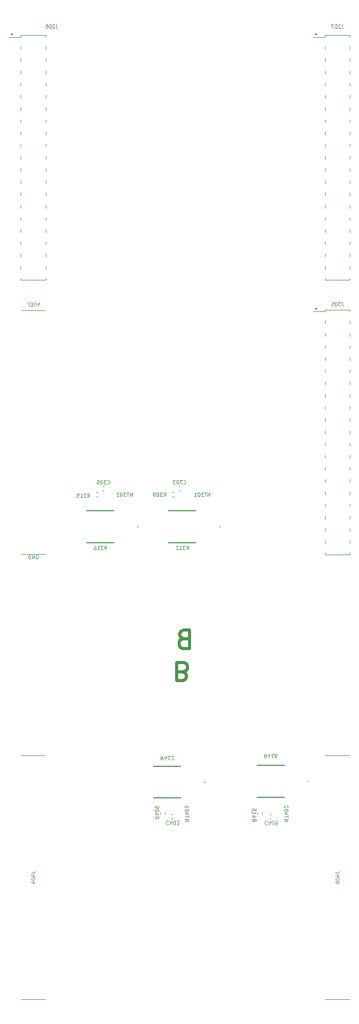
<source format=gbr>
%TF.GenerationSoftware,KiCad,Pcbnew,(6.0.10)*%
%TF.CreationDate,2023-04-24T21:45:00+09:00*%
%TF.ProjectId,qdrive_hw,71647269-7665-45f6-9877-2e6b69636164,rev?*%
%TF.SameCoordinates,Original*%
%TF.FileFunction,Legend,Bot*%
%TF.FilePolarity,Positive*%
%FSLAX46Y46*%
G04 Gerber Fmt 4.6, Leading zero omitted, Abs format (unit mm)*
G04 Created by KiCad (PCBNEW (6.0.10)) date 2023-04-24 21:45:00*
%MOMM*%
%LPD*%
G01*
G04 APERTURE LIST*
%ADD10C,0.080000*%
%ADD11C,0.500000*%
%ADD12C,0.120000*%
%ADD13C,0.200000*%
%ADD14C,0.100000*%
G04 APERTURE END LIST*
D10*
X163457142Y-145200000D02*
X163514285Y-145171428D01*
X163600000Y-145171428D01*
X163685714Y-145200000D01*
X163742857Y-145257142D01*
X163771428Y-145314285D01*
X163800000Y-145428571D01*
X163800000Y-145514285D01*
X163771428Y-145628571D01*
X163742857Y-145685714D01*
X163685714Y-145742857D01*
X163600000Y-145771428D01*
X163542857Y-145771428D01*
X163457142Y-145742857D01*
X163428571Y-145714285D01*
X163428571Y-145514285D01*
X163542857Y-145514285D01*
X163171428Y-145771428D02*
X163171428Y-145171428D01*
X162828571Y-145771428D01*
X162828571Y-145171428D01*
X162542857Y-145771428D02*
X162542857Y-145171428D01*
X162400000Y-145171428D01*
X162314285Y-145200000D01*
X162257142Y-145257142D01*
X162228571Y-145314285D01*
X162200000Y-145428571D01*
X162200000Y-145514285D01*
X162228571Y-145628571D01*
X162257142Y-145685714D01*
X162314285Y-145742857D01*
X162400000Y-145771428D01*
X162542857Y-145771428D01*
D11*
X187614285Y-164314285D02*
X188042857Y-164171428D01*
X188185714Y-164028571D01*
X188328571Y-163742857D01*
X188328571Y-163314285D01*
X188185714Y-163028571D01*
X188042857Y-162885714D01*
X187757142Y-162742857D01*
X186614285Y-162742857D01*
X186614285Y-165742857D01*
X187614285Y-165742857D01*
X187900000Y-165600000D01*
X188042857Y-165457142D01*
X188185714Y-165171428D01*
X188185714Y-164885714D01*
X188042857Y-164600000D01*
X187900000Y-164457142D01*
X187614285Y-164314285D01*
X186614285Y-164314285D01*
X187685714Y-158885714D02*
X187257142Y-159028571D01*
X187114285Y-159171428D01*
X186971428Y-159457142D01*
X186971428Y-159885714D01*
X187114285Y-160171428D01*
X187257142Y-160314285D01*
X187542857Y-160457142D01*
X188685714Y-160457142D01*
X188685714Y-157457142D01*
X187685714Y-157457142D01*
X187400000Y-157600000D01*
X187257142Y-157742857D01*
X187114285Y-158028571D01*
X187114285Y-158314285D01*
X187257142Y-158600000D01*
X187400000Y-158742857D01*
X187685714Y-158885714D01*
X188685714Y-158885714D01*
D10*
%TO.C,J206*%
X166771428Y-58171428D02*
X166771428Y-58600000D01*
X166800000Y-58685714D01*
X166857142Y-58742857D01*
X166942857Y-58771428D01*
X167000000Y-58771428D01*
X166514285Y-58228571D02*
X166485714Y-58200000D01*
X166428571Y-58171428D01*
X166285714Y-58171428D01*
X166228571Y-58200000D01*
X166200000Y-58228571D01*
X166171428Y-58285714D01*
X166171428Y-58342857D01*
X166200000Y-58428571D01*
X166542857Y-58771428D01*
X166171428Y-58771428D01*
X165800000Y-58171428D02*
X165742857Y-58171428D01*
X165685714Y-58200000D01*
X165657142Y-58228571D01*
X165628571Y-58285714D01*
X165600000Y-58400000D01*
X165600000Y-58542857D01*
X165628571Y-58657142D01*
X165657142Y-58714285D01*
X165685714Y-58742857D01*
X165742857Y-58771428D01*
X165800000Y-58771428D01*
X165857142Y-58742857D01*
X165885714Y-58714285D01*
X165914285Y-58657142D01*
X165942857Y-58542857D01*
X165942857Y-58400000D01*
X165914285Y-58285714D01*
X165885714Y-58228571D01*
X165857142Y-58200000D01*
X165800000Y-58171428D01*
X165085714Y-58171428D02*
X165200000Y-58171428D01*
X165257142Y-58200000D01*
X165285714Y-58228571D01*
X165342857Y-58314285D01*
X165371428Y-58428571D01*
X165371428Y-58657142D01*
X165342857Y-58714285D01*
X165314285Y-58742857D01*
X165257142Y-58771428D01*
X165142857Y-58771428D01*
X165085714Y-58742857D01*
X165057142Y-58714285D01*
X165028571Y-58657142D01*
X165028571Y-58514285D01*
X165057142Y-58457142D01*
X165085714Y-58428571D01*
X165142857Y-58400000D01*
X165257142Y-58400000D01*
X165314285Y-58428571D01*
X165342857Y-58457142D01*
X165371428Y-58514285D01*
%TO.C,R409*%
X182978571Y-188017787D02*
X183264285Y-188217787D01*
X182978571Y-188360644D02*
X183578571Y-188360644D01*
X183578571Y-188132073D01*
X183550000Y-188074930D01*
X183521428Y-188046359D01*
X183464285Y-188017787D01*
X183378571Y-188017787D01*
X183321428Y-188046359D01*
X183292857Y-188074930D01*
X183264285Y-188132073D01*
X183264285Y-188360644D01*
X183378571Y-187503501D02*
X182978571Y-187503501D01*
X183607142Y-187646359D02*
X183178571Y-187789216D01*
X183178571Y-187417787D01*
X183578571Y-187074930D02*
X183578571Y-187017787D01*
X183550000Y-186960644D01*
X183521428Y-186932073D01*
X183464285Y-186903501D01*
X183350000Y-186874930D01*
X183207142Y-186874930D01*
X183092857Y-186903501D01*
X183035714Y-186932073D01*
X183007142Y-186960644D01*
X182978571Y-187017787D01*
X182978571Y-187074930D01*
X183007142Y-187132073D01*
X183035714Y-187160644D01*
X183092857Y-187189216D01*
X183207142Y-187217787D01*
X183350000Y-187217787D01*
X183464285Y-187189216D01*
X183521428Y-187160644D01*
X183550000Y-187132073D01*
X183578571Y-187074930D01*
X182978571Y-186589216D02*
X182978571Y-186474930D01*
X183007142Y-186417787D01*
X183035714Y-186389216D01*
X183121428Y-186332073D01*
X183235714Y-186303501D01*
X183464285Y-186303501D01*
X183521428Y-186332073D01*
X183550000Y-186360644D01*
X183578571Y-186417787D01*
X183578571Y-186532073D01*
X183550000Y-186589216D01*
X183521428Y-186617787D01*
X183464285Y-186646359D01*
X183321428Y-186646359D01*
X183264285Y-186617787D01*
X183235714Y-186589216D01*
X183207142Y-186532073D01*
X183207142Y-186417787D01*
X183235714Y-186360644D01*
X183264285Y-186332073D01*
X183321428Y-186303501D01*
%TO.C,R415*%
X198978571Y-188421428D02*
X199264285Y-188621428D01*
X198978571Y-188764285D02*
X199578571Y-188764285D01*
X199578571Y-188535714D01*
X199550000Y-188478571D01*
X199521428Y-188450000D01*
X199464285Y-188421428D01*
X199378571Y-188421428D01*
X199321428Y-188450000D01*
X199292857Y-188478571D01*
X199264285Y-188535714D01*
X199264285Y-188764285D01*
X199378571Y-187907142D02*
X198978571Y-187907142D01*
X199607142Y-188050000D02*
X199178571Y-188192857D01*
X199178571Y-187821428D01*
X198978571Y-187278571D02*
X198978571Y-187621428D01*
X198978571Y-187450000D02*
X199578571Y-187450000D01*
X199492857Y-187507142D01*
X199435714Y-187564285D01*
X199407142Y-187621428D01*
X199578571Y-186735714D02*
X199578571Y-187021428D01*
X199292857Y-187050000D01*
X199321428Y-187021428D01*
X199350000Y-186964285D01*
X199350000Y-186821428D01*
X199321428Y-186764285D01*
X199292857Y-186735714D01*
X199235714Y-186707142D01*
X199092857Y-186707142D01*
X199035714Y-186735714D01*
X199007142Y-186764285D01*
X198978571Y-186821428D01*
X198978571Y-186964285D01*
X199007142Y-187021428D01*
X199035714Y-187050000D01*
%TO.C,C303*%
X187671428Y-133414285D02*
X187700000Y-133442857D01*
X187785714Y-133471428D01*
X187842857Y-133471428D01*
X187928571Y-133442857D01*
X187985714Y-133385714D01*
X188014285Y-133328571D01*
X188042857Y-133214285D01*
X188042857Y-133128571D01*
X188014285Y-133014285D01*
X187985714Y-132957142D01*
X187928571Y-132900000D01*
X187842857Y-132871428D01*
X187785714Y-132871428D01*
X187700000Y-132900000D01*
X187671428Y-132928571D01*
X187471428Y-132871428D02*
X187100000Y-132871428D01*
X187300000Y-133100000D01*
X187214285Y-133100000D01*
X187157142Y-133128571D01*
X187128571Y-133157142D01*
X187100000Y-133214285D01*
X187100000Y-133357142D01*
X187128571Y-133414285D01*
X187157142Y-133442857D01*
X187214285Y-133471428D01*
X187385714Y-133471428D01*
X187442857Y-133442857D01*
X187471428Y-133414285D01*
X186728571Y-132871428D02*
X186671428Y-132871428D01*
X186614285Y-132900000D01*
X186585714Y-132928571D01*
X186557142Y-132985714D01*
X186528571Y-133100000D01*
X186528571Y-133242857D01*
X186557142Y-133357142D01*
X186585714Y-133414285D01*
X186614285Y-133442857D01*
X186671428Y-133471428D01*
X186728571Y-133471428D01*
X186785714Y-133442857D01*
X186814285Y-133414285D01*
X186842857Y-133357142D01*
X186871428Y-133242857D01*
X186871428Y-133100000D01*
X186842857Y-132985714D01*
X186814285Y-132928571D01*
X186785714Y-132900000D01*
X186728571Y-132871428D01*
X186328571Y-132871428D02*
X185957142Y-132871428D01*
X186157142Y-133100000D01*
X186071428Y-133100000D01*
X186014285Y-133128571D01*
X185985714Y-133157142D01*
X185957142Y-133214285D01*
X185957142Y-133357142D01*
X185985714Y-133414285D01*
X186014285Y-133442857D01*
X186071428Y-133471428D01*
X186242857Y-133471428D01*
X186300000Y-133442857D01*
X186328571Y-133414285D01*
%TO.C,R315*%
X171871428Y-135671428D02*
X172071428Y-135385714D01*
X172214285Y-135671428D02*
X172214285Y-135071428D01*
X171985714Y-135071428D01*
X171928571Y-135100000D01*
X171900000Y-135128571D01*
X171871428Y-135185714D01*
X171871428Y-135271428D01*
X171900000Y-135328571D01*
X171928571Y-135357142D01*
X171985714Y-135385714D01*
X172214285Y-135385714D01*
X171671428Y-135071428D02*
X171300000Y-135071428D01*
X171500000Y-135300000D01*
X171414285Y-135300000D01*
X171357142Y-135328571D01*
X171328571Y-135357142D01*
X171300000Y-135414285D01*
X171300000Y-135557142D01*
X171328571Y-135614285D01*
X171357142Y-135642857D01*
X171414285Y-135671428D01*
X171585714Y-135671428D01*
X171642857Y-135642857D01*
X171671428Y-135614285D01*
X170728571Y-135671428D02*
X171071428Y-135671428D01*
X170900000Y-135671428D02*
X170900000Y-135071428D01*
X170957142Y-135157142D01*
X171014285Y-135214285D01*
X171071428Y-135242857D01*
X170185714Y-135071428D02*
X170471428Y-135071428D01*
X170500000Y-135357142D01*
X170471428Y-135328571D01*
X170414285Y-135300000D01*
X170271428Y-135300000D01*
X170214285Y-135328571D01*
X170185714Y-135357142D01*
X170157142Y-135414285D01*
X170157142Y-135557142D01*
X170185714Y-135614285D01*
X170214285Y-135642857D01*
X170271428Y-135671428D01*
X170414285Y-135671428D01*
X170471428Y-135642857D01*
X170500000Y-135614285D01*
%TO.C,NT402*%
X204228571Y-188757142D02*
X204828571Y-188757142D01*
X204228571Y-188414285D01*
X204828571Y-188414285D01*
X204828571Y-188214285D02*
X204828571Y-187871428D01*
X204228571Y-188042857D02*
X204828571Y-188042857D01*
X204628571Y-187414285D02*
X204228571Y-187414285D01*
X204857142Y-187557142D02*
X204428571Y-187700000D01*
X204428571Y-187328571D01*
X204828571Y-186985714D02*
X204828571Y-186928571D01*
X204800000Y-186871428D01*
X204771428Y-186842857D01*
X204714285Y-186814285D01*
X204600000Y-186785714D01*
X204457142Y-186785714D01*
X204342857Y-186814285D01*
X204285714Y-186842857D01*
X204257142Y-186871428D01*
X204228571Y-186928571D01*
X204228571Y-186985714D01*
X204257142Y-187042857D01*
X204285714Y-187071428D01*
X204342857Y-187100000D01*
X204457142Y-187128571D01*
X204600000Y-187128571D01*
X204714285Y-187100000D01*
X204771428Y-187071428D01*
X204800000Y-187042857D01*
X204828571Y-186985714D01*
X204771428Y-186557142D02*
X204800000Y-186528571D01*
X204828571Y-186471428D01*
X204828571Y-186328571D01*
X204800000Y-186271428D01*
X204771428Y-186242857D01*
X204714285Y-186214285D01*
X204657142Y-186214285D01*
X204571428Y-186242857D01*
X204228571Y-186585714D01*
X204228571Y-186214285D01*
%TO.C,NT301*%
X192007142Y-135521428D02*
X192007142Y-134921428D01*
X191664285Y-135521428D01*
X191664285Y-134921428D01*
X191464285Y-134921428D02*
X191121428Y-134921428D01*
X191292857Y-135521428D02*
X191292857Y-134921428D01*
X190978571Y-134921428D02*
X190607142Y-134921428D01*
X190807142Y-135150000D01*
X190721428Y-135150000D01*
X190664285Y-135178571D01*
X190635714Y-135207142D01*
X190607142Y-135264285D01*
X190607142Y-135407142D01*
X190635714Y-135464285D01*
X190664285Y-135492857D01*
X190721428Y-135521428D01*
X190892857Y-135521428D01*
X190950000Y-135492857D01*
X190978571Y-135464285D01*
X190235714Y-134921428D02*
X190178571Y-134921428D01*
X190121428Y-134950000D01*
X190092857Y-134978571D01*
X190064285Y-135035714D01*
X190035714Y-135150000D01*
X190035714Y-135292857D01*
X190064285Y-135407142D01*
X190092857Y-135464285D01*
X190121428Y-135492857D01*
X190178571Y-135521428D01*
X190235714Y-135521428D01*
X190292857Y-135492857D01*
X190321428Y-135464285D01*
X190350000Y-135407142D01*
X190378571Y-135292857D01*
X190378571Y-135150000D01*
X190350000Y-135035714D01*
X190321428Y-134978571D01*
X190292857Y-134950000D01*
X190235714Y-134921428D01*
X189464285Y-135521428D02*
X189807142Y-135521428D01*
X189635714Y-135521428D02*
X189635714Y-134921428D01*
X189692857Y-135007142D01*
X189750000Y-135064285D01*
X189807142Y-135092857D01*
%TO.C,R312*%
X188171428Y-144271428D02*
X188371428Y-143985714D01*
X188514285Y-144271428D02*
X188514285Y-143671428D01*
X188285714Y-143671428D01*
X188228571Y-143700000D01*
X188200000Y-143728571D01*
X188171428Y-143785714D01*
X188171428Y-143871428D01*
X188200000Y-143928571D01*
X188228571Y-143957142D01*
X188285714Y-143985714D01*
X188514285Y-143985714D01*
X187971428Y-143671428D02*
X187600000Y-143671428D01*
X187800000Y-143900000D01*
X187714285Y-143900000D01*
X187657142Y-143928571D01*
X187628571Y-143957142D01*
X187600000Y-144014285D01*
X187600000Y-144157142D01*
X187628571Y-144214285D01*
X187657142Y-144242857D01*
X187714285Y-144271428D01*
X187885714Y-144271428D01*
X187942857Y-144242857D01*
X187971428Y-144214285D01*
X187028571Y-144271428D02*
X187371428Y-144271428D01*
X187200000Y-144271428D02*
X187200000Y-143671428D01*
X187257142Y-143757142D01*
X187314285Y-143814285D01*
X187371428Y-143842857D01*
X186800000Y-143728571D02*
X186771428Y-143700000D01*
X186714285Y-143671428D01*
X186571428Y-143671428D01*
X186514285Y-143700000D01*
X186485714Y-143728571D01*
X186457142Y-143785714D01*
X186457142Y-143842857D01*
X186485714Y-143928571D01*
X186828571Y-144271428D01*
X186457142Y-144271428D01*
%TO.C,C305*%
X175171428Y-133464285D02*
X175200000Y-133492857D01*
X175285714Y-133521428D01*
X175342857Y-133521428D01*
X175428571Y-133492857D01*
X175485714Y-133435714D01*
X175514285Y-133378571D01*
X175542857Y-133264285D01*
X175542857Y-133178571D01*
X175514285Y-133064285D01*
X175485714Y-133007142D01*
X175428571Y-132950000D01*
X175342857Y-132921428D01*
X175285714Y-132921428D01*
X175200000Y-132950000D01*
X175171428Y-132978571D01*
X174971428Y-132921428D02*
X174600000Y-132921428D01*
X174800000Y-133150000D01*
X174714285Y-133150000D01*
X174657142Y-133178571D01*
X174628571Y-133207142D01*
X174600000Y-133264285D01*
X174600000Y-133407142D01*
X174628571Y-133464285D01*
X174657142Y-133492857D01*
X174714285Y-133521428D01*
X174885714Y-133521428D01*
X174942857Y-133492857D01*
X174971428Y-133464285D01*
X174228571Y-132921428D02*
X174171428Y-132921428D01*
X174114285Y-132950000D01*
X174085714Y-132978571D01*
X174057142Y-133035714D01*
X174028571Y-133150000D01*
X174028571Y-133292857D01*
X174057142Y-133407142D01*
X174085714Y-133464285D01*
X174114285Y-133492857D01*
X174171428Y-133521428D01*
X174228571Y-133521428D01*
X174285714Y-133492857D01*
X174314285Y-133464285D01*
X174342857Y-133407142D01*
X174371428Y-133292857D01*
X174371428Y-133150000D01*
X174342857Y-133035714D01*
X174314285Y-132978571D01*
X174285714Y-132950000D01*
X174228571Y-132921428D01*
X173485714Y-132921428D02*
X173771428Y-132921428D01*
X173800000Y-133207142D01*
X173771428Y-133178571D01*
X173714285Y-133150000D01*
X173571428Y-133150000D01*
X173514285Y-133178571D01*
X173485714Y-133207142D01*
X173457142Y-133264285D01*
X173457142Y-133407142D01*
X173485714Y-133464285D01*
X173514285Y-133492857D01*
X173571428Y-133521428D01*
X173714285Y-133521428D01*
X173771428Y-133492857D01*
X173800000Y-133464285D01*
%TO.C,R412*%
X184328571Y-178128571D02*
X184128571Y-178414285D01*
X183985714Y-178128571D02*
X183985714Y-178728571D01*
X184214285Y-178728571D01*
X184271428Y-178700000D01*
X184300000Y-178671428D01*
X184328571Y-178614285D01*
X184328571Y-178528571D01*
X184300000Y-178471428D01*
X184271428Y-178442857D01*
X184214285Y-178414285D01*
X183985714Y-178414285D01*
X184842857Y-178528571D02*
X184842857Y-178128571D01*
X184700000Y-178757142D02*
X184557142Y-178328571D01*
X184928571Y-178328571D01*
X185471428Y-178128571D02*
X185128571Y-178128571D01*
X185300000Y-178128571D02*
X185300000Y-178728571D01*
X185242857Y-178642857D01*
X185185714Y-178585714D01*
X185128571Y-178557142D01*
X185700000Y-178671428D02*
X185728571Y-178700000D01*
X185785714Y-178728571D01*
X185928571Y-178728571D01*
X185985714Y-178700000D01*
X186014285Y-178671428D01*
X186042857Y-178614285D01*
X186042857Y-178557142D01*
X186014285Y-178471428D01*
X185671428Y-178128571D01*
X186042857Y-178128571D01*
%TO.C,J304*%
X162291071Y-104328571D02*
X162291071Y-103900000D01*
X162262500Y-103814285D01*
X162205357Y-103757142D01*
X162119642Y-103728571D01*
X162062500Y-103728571D01*
X162519642Y-104328571D02*
X162891071Y-104328571D01*
X162691071Y-104100000D01*
X162776785Y-104100000D01*
X162833928Y-104071428D01*
X162862500Y-104042857D01*
X162891071Y-103985714D01*
X162891071Y-103842857D01*
X162862500Y-103785714D01*
X162833928Y-103757142D01*
X162776785Y-103728571D01*
X162605357Y-103728571D01*
X162548214Y-103757142D01*
X162519642Y-103785714D01*
X163262500Y-104328571D02*
X163319642Y-104328571D01*
X163376785Y-104300000D01*
X163405357Y-104271428D01*
X163433928Y-104214285D01*
X163462500Y-104100000D01*
X163462500Y-103957142D01*
X163433928Y-103842857D01*
X163405357Y-103785714D01*
X163376785Y-103757142D01*
X163319642Y-103728571D01*
X163262500Y-103728571D01*
X163205357Y-103757142D01*
X163176785Y-103785714D01*
X163148214Y-103842857D01*
X163119642Y-103957142D01*
X163119642Y-104100000D01*
X163148214Y-104214285D01*
X163176785Y-104271428D01*
X163205357Y-104300000D01*
X163262500Y-104328571D01*
X163976785Y-104128571D02*
X163976785Y-103728571D01*
X163833928Y-104357142D02*
X163691071Y-103928571D01*
X164062500Y-103928571D01*
%TO.C,C405*%
X201436407Y-188785714D02*
X201407836Y-188757142D01*
X201322121Y-188728571D01*
X201264978Y-188728571D01*
X201179264Y-188757142D01*
X201122121Y-188814285D01*
X201093550Y-188871428D01*
X201064978Y-188985714D01*
X201064978Y-189071428D01*
X201093550Y-189185714D01*
X201122121Y-189242857D01*
X201179264Y-189300000D01*
X201264978Y-189328571D01*
X201322121Y-189328571D01*
X201407836Y-189300000D01*
X201436407Y-189271428D01*
X201950693Y-189128571D02*
X201950693Y-188728571D01*
X201807836Y-189357142D02*
X201664978Y-188928571D01*
X202036407Y-188928571D01*
X202379264Y-189328571D02*
X202436407Y-189328571D01*
X202493550Y-189300000D01*
X202522121Y-189271428D01*
X202550693Y-189214285D01*
X202579264Y-189100000D01*
X202579264Y-188957142D01*
X202550693Y-188842857D01*
X202522121Y-188785714D01*
X202493550Y-188757142D01*
X202436407Y-188728571D01*
X202379264Y-188728571D01*
X202322121Y-188757142D01*
X202293550Y-188785714D01*
X202264978Y-188842857D01*
X202236407Y-188957142D01*
X202236407Y-189100000D01*
X202264978Y-189214285D01*
X202293550Y-189271428D01*
X202322121Y-189300000D01*
X202379264Y-189328571D01*
X203122121Y-189328571D02*
X202836407Y-189328571D01*
X202807836Y-189042857D01*
X202836407Y-189071428D01*
X202893550Y-189100000D01*
X203036407Y-189100000D01*
X203093550Y-189071428D01*
X203122121Y-189042857D01*
X203150693Y-188985714D01*
X203150693Y-188842857D01*
X203122121Y-188785714D01*
X203093550Y-188757142D01*
X203036407Y-188728571D01*
X202893550Y-188728571D01*
X202836407Y-188757142D01*
X202807836Y-188785714D01*
%TO.C,J207*%
X213771428Y-58171428D02*
X213771428Y-58600000D01*
X213800000Y-58685714D01*
X213857142Y-58742857D01*
X213942857Y-58771428D01*
X214000000Y-58771428D01*
X213514285Y-58228571D02*
X213485714Y-58200000D01*
X213428571Y-58171428D01*
X213285714Y-58171428D01*
X213228571Y-58200000D01*
X213200000Y-58228571D01*
X213171428Y-58285714D01*
X213171428Y-58342857D01*
X213200000Y-58428571D01*
X213542857Y-58771428D01*
X213171428Y-58771428D01*
X212800000Y-58171428D02*
X212742857Y-58171428D01*
X212685714Y-58200000D01*
X212657142Y-58228571D01*
X212628571Y-58285714D01*
X212600000Y-58400000D01*
X212600000Y-58542857D01*
X212628571Y-58657142D01*
X212657142Y-58714285D01*
X212685714Y-58742857D01*
X212742857Y-58771428D01*
X212800000Y-58771428D01*
X212857142Y-58742857D01*
X212885714Y-58714285D01*
X212914285Y-58657142D01*
X212942857Y-58542857D01*
X212942857Y-58400000D01*
X212914285Y-58285714D01*
X212885714Y-58228571D01*
X212857142Y-58200000D01*
X212800000Y-58171428D01*
X212400000Y-58171428D02*
X212000000Y-58171428D01*
X212257142Y-58771428D01*
%TO.C,J305*%
X213771428Y-103671428D02*
X213771428Y-104100000D01*
X213800000Y-104185714D01*
X213857142Y-104242857D01*
X213942857Y-104271428D01*
X214000000Y-104271428D01*
X213542857Y-103671428D02*
X213171428Y-103671428D01*
X213371428Y-103900000D01*
X213285714Y-103900000D01*
X213228571Y-103928571D01*
X213200000Y-103957142D01*
X213171428Y-104014285D01*
X213171428Y-104157142D01*
X213200000Y-104214285D01*
X213228571Y-104242857D01*
X213285714Y-104271428D01*
X213457142Y-104271428D01*
X213514285Y-104242857D01*
X213542857Y-104214285D01*
X212800000Y-103671428D02*
X212742857Y-103671428D01*
X212685714Y-103700000D01*
X212657142Y-103728571D01*
X212628571Y-103785714D01*
X212600000Y-103900000D01*
X212600000Y-104042857D01*
X212628571Y-104157142D01*
X212657142Y-104214285D01*
X212685714Y-104242857D01*
X212742857Y-104271428D01*
X212800000Y-104271428D01*
X212857142Y-104242857D01*
X212885714Y-104214285D01*
X212914285Y-104157142D01*
X212942857Y-104042857D01*
X212942857Y-103900000D01*
X212914285Y-103785714D01*
X212885714Y-103728571D01*
X212857142Y-103700000D01*
X212800000Y-103671428D01*
X212057142Y-103671428D02*
X212342857Y-103671428D01*
X212371428Y-103957142D01*
X212342857Y-103928571D01*
X212285714Y-103900000D01*
X212142857Y-103900000D01*
X212085714Y-103928571D01*
X212057142Y-103957142D01*
X212028571Y-104014285D01*
X212028571Y-104157142D01*
X212057142Y-104214285D01*
X212085714Y-104242857D01*
X212142857Y-104271428D01*
X212285714Y-104271428D01*
X212342857Y-104242857D01*
X212371428Y-104214285D01*
%TO.C,R316*%
X174671428Y-144271428D02*
X174871428Y-143985714D01*
X175014285Y-144271428D02*
X175014285Y-143671428D01*
X174785714Y-143671428D01*
X174728571Y-143700000D01*
X174700000Y-143728571D01*
X174671428Y-143785714D01*
X174671428Y-143871428D01*
X174700000Y-143928571D01*
X174728571Y-143957142D01*
X174785714Y-143985714D01*
X175014285Y-143985714D01*
X174471428Y-143671428D02*
X174100000Y-143671428D01*
X174300000Y-143900000D01*
X174214285Y-143900000D01*
X174157142Y-143928571D01*
X174128571Y-143957142D01*
X174100000Y-144014285D01*
X174100000Y-144157142D01*
X174128571Y-144214285D01*
X174157142Y-144242857D01*
X174214285Y-144271428D01*
X174385714Y-144271428D01*
X174442857Y-144242857D01*
X174471428Y-144214285D01*
X173528571Y-144271428D02*
X173871428Y-144271428D01*
X173700000Y-144271428D02*
X173700000Y-143671428D01*
X173757142Y-143757142D01*
X173814285Y-143814285D01*
X173871428Y-143842857D01*
X173014285Y-143671428D02*
X173128571Y-143671428D01*
X173185714Y-143700000D01*
X173214285Y-143728571D01*
X173271428Y-143814285D01*
X173300000Y-143928571D01*
X173300000Y-144157142D01*
X173271428Y-144214285D01*
X173242857Y-144242857D01*
X173185714Y-144271428D01*
X173071428Y-144271428D01*
X173014285Y-144242857D01*
X172985714Y-144214285D01*
X172957142Y-144157142D01*
X172957142Y-144014285D01*
X172985714Y-143957142D01*
X173014285Y-143928571D01*
X173071428Y-143900000D01*
X173185714Y-143900000D01*
X173242857Y-143928571D01*
X173271428Y-143957142D01*
X173300000Y-144014285D01*
%TO.C,J404*%
X162671428Y-197253571D02*
X163100000Y-197253571D01*
X163185714Y-197225000D01*
X163242857Y-197167857D01*
X163271428Y-197082142D01*
X163271428Y-197025000D01*
X162871428Y-197796428D02*
X163271428Y-197796428D01*
X162642857Y-197653571D02*
X163071428Y-197510714D01*
X163071428Y-197882142D01*
X162671428Y-198225000D02*
X162671428Y-198282142D01*
X162700000Y-198339285D01*
X162728571Y-198367857D01*
X162785714Y-198396428D01*
X162900000Y-198425000D01*
X163042857Y-198425000D01*
X163157142Y-198396428D01*
X163214285Y-198367857D01*
X163242857Y-198339285D01*
X163271428Y-198282142D01*
X163271428Y-198225000D01*
X163242857Y-198167857D01*
X163214285Y-198139285D01*
X163157142Y-198110714D01*
X163042857Y-198082142D01*
X162900000Y-198082142D01*
X162785714Y-198110714D01*
X162728571Y-198139285D01*
X162700000Y-198167857D01*
X162671428Y-198225000D01*
X162871428Y-198939285D02*
X163271428Y-198939285D01*
X162642857Y-198796428D02*
X163071428Y-198653571D01*
X163071428Y-199025000D01*
%TO.C,J408*%
X212671428Y-197253571D02*
X213100000Y-197253571D01*
X213185714Y-197225000D01*
X213242857Y-197167857D01*
X213271428Y-197082142D01*
X213271428Y-197025000D01*
X212871428Y-197796428D02*
X213271428Y-197796428D01*
X212642857Y-197653571D02*
X213071428Y-197510714D01*
X213071428Y-197882142D01*
X212671428Y-198225000D02*
X212671428Y-198282142D01*
X212700000Y-198339285D01*
X212728571Y-198367857D01*
X212785714Y-198396428D01*
X212900000Y-198425000D01*
X213042857Y-198425000D01*
X213157142Y-198396428D01*
X213214285Y-198367857D01*
X213242857Y-198339285D01*
X213271428Y-198282142D01*
X213271428Y-198225000D01*
X213242857Y-198167857D01*
X213214285Y-198139285D01*
X213157142Y-198110714D01*
X213042857Y-198082142D01*
X212900000Y-198082142D01*
X212785714Y-198110714D01*
X212728571Y-198139285D01*
X212700000Y-198167857D01*
X212671428Y-198225000D01*
X212928571Y-198767857D02*
X212900000Y-198710714D01*
X212871428Y-198682142D01*
X212814285Y-198653571D01*
X212785714Y-198653571D01*
X212728571Y-198682142D01*
X212700000Y-198710714D01*
X212671428Y-198767857D01*
X212671428Y-198882142D01*
X212700000Y-198939285D01*
X212728571Y-198967857D01*
X212785714Y-198996428D01*
X212814285Y-198996428D01*
X212871428Y-198967857D01*
X212900000Y-198939285D01*
X212928571Y-198882142D01*
X212928571Y-198767857D01*
X212957142Y-198710714D01*
X212985714Y-198682142D01*
X213042857Y-198653571D01*
X213157142Y-198653571D01*
X213214285Y-198682142D01*
X213242857Y-198710714D01*
X213271428Y-198767857D01*
X213271428Y-198882142D01*
X213242857Y-198939285D01*
X213214285Y-198967857D01*
X213157142Y-198996428D01*
X213042857Y-198996428D01*
X212985714Y-198967857D01*
X212957142Y-198939285D01*
X212928571Y-198882142D01*
%TO.C,NT401*%
X187928571Y-188757142D02*
X188528571Y-188757142D01*
X187928571Y-188414285D01*
X188528571Y-188414285D01*
X188528571Y-188214285D02*
X188528571Y-187871428D01*
X187928571Y-188042857D02*
X188528571Y-188042857D01*
X188328571Y-187414285D02*
X187928571Y-187414285D01*
X188557142Y-187557142D02*
X188128571Y-187700000D01*
X188128571Y-187328571D01*
X188528571Y-186985714D02*
X188528571Y-186928571D01*
X188500000Y-186871428D01*
X188471428Y-186842857D01*
X188414285Y-186814285D01*
X188300000Y-186785714D01*
X188157142Y-186785714D01*
X188042857Y-186814285D01*
X187985714Y-186842857D01*
X187957142Y-186871428D01*
X187928571Y-186928571D01*
X187928571Y-186985714D01*
X187957142Y-187042857D01*
X187985714Y-187071428D01*
X188042857Y-187100000D01*
X188157142Y-187128571D01*
X188300000Y-187128571D01*
X188414285Y-187100000D01*
X188471428Y-187071428D01*
X188500000Y-187042857D01*
X188528571Y-186985714D01*
X187928571Y-186214285D02*
X187928571Y-186557142D01*
X187928571Y-186385714D02*
X188528571Y-186385714D01*
X188442857Y-186442857D01*
X188385714Y-186500000D01*
X188357142Y-186557142D01*
%TO.C,NT302*%
X179257142Y-135521428D02*
X179257142Y-134921428D01*
X178914285Y-135521428D01*
X178914285Y-134921428D01*
X178714285Y-134921428D02*
X178371428Y-134921428D01*
X178542857Y-135521428D02*
X178542857Y-134921428D01*
X178228571Y-134921428D02*
X177857142Y-134921428D01*
X178057142Y-135150000D01*
X177971428Y-135150000D01*
X177914285Y-135178571D01*
X177885714Y-135207142D01*
X177857142Y-135264285D01*
X177857142Y-135407142D01*
X177885714Y-135464285D01*
X177914285Y-135492857D01*
X177971428Y-135521428D01*
X178142857Y-135521428D01*
X178200000Y-135492857D01*
X178228571Y-135464285D01*
X177485714Y-134921428D02*
X177428571Y-134921428D01*
X177371428Y-134950000D01*
X177342857Y-134978571D01*
X177314285Y-135035714D01*
X177285714Y-135150000D01*
X177285714Y-135292857D01*
X177314285Y-135407142D01*
X177342857Y-135464285D01*
X177371428Y-135492857D01*
X177428571Y-135521428D01*
X177485714Y-135521428D01*
X177542857Y-135492857D01*
X177571428Y-135464285D01*
X177600000Y-135407142D01*
X177628571Y-135292857D01*
X177628571Y-135150000D01*
X177600000Y-135035714D01*
X177571428Y-134978571D01*
X177542857Y-134950000D01*
X177485714Y-134921428D01*
X177057142Y-134978571D02*
X177028571Y-134950000D01*
X176971428Y-134921428D01*
X176828571Y-134921428D01*
X176771428Y-134950000D01*
X176742857Y-134978571D01*
X176714285Y-135035714D01*
X176714285Y-135092857D01*
X176742857Y-135178571D01*
X177085714Y-135521428D01*
X176714285Y-135521428D01*
%TO.C,R416*%
X201328571Y-177728571D02*
X201128571Y-178014285D01*
X200985714Y-177728571D02*
X200985714Y-178328571D01*
X201214285Y-178328571D01*
X201271428Y-178300000D01*
X201300000Y-178271428D01*
X201328571Y-178214285D01*
X201328571Y-178128571D01*
X201300000Y-178071428D01*
X201271428Y-178042857D01*
X201214285Y-178014285D01*
X200985714Y-178014285D01*
X201842857Y-178128571D02*
X201842857Y-177728571D01*
X201700000Y-178357142D02*
X201557142Y-177928571D01*
X201928571Y-177928571D01*
X202471428Y-177728571D02*
X202128571Y-177728571D01*
X202300000Y-177728571D02*
X202300000Y-178328571D01*
X202242857Y-178242857D01*
X202185714Y-178185714D01*
X202128571Y-178157142D01*
X202985714Y-178328571D02*
X202871428Y-178328571D01*
X202814285Y-178300000D01*
X202785714Y-178271428D01*
X202728571Y-178185714D01*
X202700000Y-178071428D01*
X202700000Y-177842857D01*
X202728571Y-177785714D01*
X202757142Y-177757142D01*
X202814285Y-177728571D01*
X202928571Y-177728571D01*
X202985714Y-177757142D01*
X203014285Y-177785714D01*
X203042857Y-177842857D01*
X203042857Y-177985714D01*
X203014285Y-178042857D01*
X202985714Y-178071428D01*
X202928571Y-178100000D01*
X202814285Y-178100000D01*
X202757142Y-178071428D01*
X202728571Y-178042857D01*
X202700000Y-177985714D01*
%TO.C,R309*%
X184421428Y-135521428D02*
X184621428Y-135235714D01*
X184764285Y-135521428D02*
X184764285Y-134921428D01*
X184535714Y-134921428D01*
X184478571Y-134950000D01*
X184450000Y-134978571D01*
X184421428Y-135035714D01*
X184421428Y-135121428D01*
X184450000Y-135178571D01*
X184478571Y-135207142D01*
X184535714Y-135235714D01*
X184764285Y-135235714D01*
X184221428Y-134921428D02*
X183850000Y-134921428D01*
X184050000Y-135150000D01*
X183964285Y-135150000D01*
X183907142Y-135178571D01*
X183878571Y-135207142D01*
X183850000Y-135264285D01*
X183850000Y-135407142D01*
X183878571Y-135464285D01*
X183907142Y-135492857D01*
X183964285Y-135521428D01*
X184135714Y-135521428D01*
X184192857Y-135492857D01*
X184221428Y-135464285D01*
X183478571Y-134921428D02*
X183421428Y-134921428D01*
X183364285Y-134950000D01*
X183335714Y-134978571D01*
X183307142Y-135035714D01*
X183278571Y-135150000D01*
X183278571Y-135292857D01*
X183307142Y-135407142D01*
X183335714Y-135464285D01*
X183364285Y-135492857D01*
X183421428Y-135521428D01*
X183478571Y-135521428D01*
X183535714Y-135492857D01*
X183564285Y-135464285D01*
X183592857Y-135407142D01*
X183621428Y-135292857D01*
X183621428Y-135150000D01*
X183592857Y-135035714D01*
X183564285Y-134978571D01*
X183535714Y-134950000D01*
X183478571Y-134921428D01*
X182992857Y-135521428D02*
X182878571Y-135521428D01*
X182821428Y-135492857D01*
X182792857Y-135464285D01*
X182735714Y-135378571D01*
X182707142Y-135264285D01*
X182707142Y-135035714D01*
X182735714Y-134978571D01*
X182764285Y-134950000D01*
X182821428Y-134921428D01*
X182935714Y-134921428D01*
X182992857Y-134950000D01*
X183021428Y-134978571D01*
X183050000Y-135035714D01*
X183050000Y-135178571D01*
X183021428Y-135235714D01*
X182992857Y-135264285D01*
X182935714Y-135292857D01*
X182821428Y-135292857D01*
X182764285Y-135264285D01*
X182735714Y-135235714D01*
X182707142Y-135178571D01*
%TO.C,C403*%
X185206407Y-188785714D02*
X185177836Y-188757142D01*
X185092121Y-188728571D01*
X185034978Y-188728571D01*
X184949264Y-188757142D01*
X184892121Y-188814285D01*
X184863550Y-188871428D01*
X184834978Y-188985714D01*
X184834978Y-189071428D01*
X184863550Y-189185714D01*
X184892121Y-189242857D01*
X184949264Y-189300000D01*
X185034978Y-189328571D01*
X185092121Y-189328571D01*
X185177836Y-189300000D01*
X185206407Y-189271428D01*
X185720693Y-189128571D02*
X185720693Y-188728571D01*
X185577836Y-189357142D02*
X185434978Y-188928571D01*
X185806407Y-188928571D01*
X186149264Y-189328571D02*
X186206407Y-189328571D01*
X186263550Y-189300000D01*
X186292121Y-189271428D01*
X186320693Y-189214285D01*
X186349264Y-189100000D01*
X186349264Y-188957142D01*
X186320693Y-188842857D01*
X186292121Y-188785714D01*
X186263550Y-188757142D01*
X186206407Y-188728571D01*
X186149264Y-188728571D01*
X186092121Y-188757142D01*
X186063550Y-188785714D01*
X186034978Y-188842857D01*
X186006407Y-188957142D01*
X186006407Y-189100000D01*
X186034978Y-189214285D01*
X186063550Y-189271428D01*
X186092121Y-189300000D01*
X186149264Y-189328571D01*
X186549264Y-189328571D02*
X186920693Y-189328571D01*
X186720693Y-189100000D01*
X186806407Y-189100000D01*
X186863550Y-189071428D01*
X186892121Y-189042857D01*
X186920693Y-188985714D01*
X186920693Y-188842857D01*
X186892121Y-188785714D01*
X186863550Y-188757142D01*
X186806407Y-188728571D01*
X186634978Y-188728571D01*
X186577836Y-188757142D01*
X186549264Y-188785714D01*
D12*
%TO.C,J206*%
X160940000Y-91760000D02*
X160940000Y-92240000D01*
X165060000Y-61760000D02*
X165060000Y-62240000D01*
X165060000Y-59940000D02*
X160940000Y-59940000D01*
X165060000Y-99760000D02*
X165060000Y-100060000D01*
X165060000Y-59940000D02*
X165060000Y-60240000D01*
X160940000Y-85760000D02*
X160940000Y-86240000D01*
X160940000Y-79760000D02*
X160940000Y-80240000D01*
X165060000Y-93760000D02*
X165060000Y-94240000D01*
X165060000Y-87760000D02*
X165060000Y-88240000D01*
X160940000Y-93760000D02*
X160940000Y-94240000D01*
X160940000Y-87760000D02*
X160940000Y-88240000D01*
X165060000Y-97760000D02*
X165060000Y-98240000D01*
X160940000Y-73760000D02*
X160940000Y-74240000D01*
X165060000Y-73760000D02*
X165060000Y-74240000D01*
X160940000Y-75760000D02*
X160940000Y-76240000D01*
X160940000Y-60240000D02*
X159000000Y-60240000D01*
X165060000Y-75760000D02*
X165060000Y-76240000D01*
X160940000Y-97760000D02*
X160940000Y-98240000D01*
X160940000Y-89760000D02*
X160940000Y-90240000D01*
X160940000Y-67760000D02*
X160940000Y-68240000D01*
X160940000Y-69760000D02*
X160940000Y-70240000D01*
X165060000Y-67760000D02*
X165060000Y-68240000D01*
X165060000Y-95760000D02*
X165060000Y-96240000D01*
X160940000Y-95760000D02*
X160940000Y-96240000D01*
X165060000Y-85760000D02*
X165060000Y-86240000D01*
X165060000Y-71760000D02*
X165060000Y-72240000D01*
X160940000Y-71760000D02*
X160940000Y-72240000D01*
X165060000Y-79760000D02*
X165060000Y-80240000D01*
X165060000Y-63760000D02*
X165060000Y-64240000D01*
X165060000Y-83760000D02*
X165060000Y-84240000D01*
X160940000Y-59940000D02*
X160940000Y-60240000D01*
X160940000Y-65760000D02*
X160940000Y-66240000D01*
X160940000Y-83760000D02*
X160940000Y-84240000D01*
X165060000Y-81760000D02*
X165060000Y-82240000D01*
X165060000Y-65760000D02*
X165060000Y-66240000D01*
X160940000Y-81760000D02*
X160940000Y-82240000D01*
X160940000Y-61760000D02*
X160940000Y-62240000D01*
X160940000Y-63760000D02*
X160940000Y-64240000D01*
X165060000Y-100060000D02*
X160940000Y-100060000D01*
X165060000Y-89760000D02*
X165060000Y-90240000D01*
X160940000Y-99760000D02*
X160940000Y-100060000D01*
X165060000Y-77760000D02*
X165060000Y-78240000D01*
X165060000Y-69760000D02*
X165060000Y-70240000D01*
X165060000Y-91760000D02*
X165060000Y-92240000D01*
X160940000Y-77760000D02*
X160940000Y-78240000D01*
D13*
X159600000Y-59750000D02*
G75*
G03*
X159600000Y-59750000I-100000J0D01*
G01*
D12*
%TO.C,R409*%
X184630000Y-187653641D02*
X184630000Y-187346359D01*
X183870000Y-187653641D02*
X183870000Y-187346359D01*
%TO.C,R415*%
X199870000Y-187653641D02*
X199870000Y-187346359D01*
X200630000Y-187653641D02*
X200630000Y-187346359D01*
%TO.C,C303*%
X187107836Y-134560000D02*
X186892164Y-134560000D01*
X187107836Y-133840000D02*
X186892164Y-133840000D01*
%TO.C,R315*%
X173653641Y-135630000D02*
X173346359Y-135630000D01*
X173653641Y-134870000D02*
X173346359Y-134870000D01*
D13*
%TO.C,R312*%
X185250000Y-137900000D02*
X189750000Y-137900000D01*
X189750000Y-143100000D02*
X185250000Y-143100000D01*
X189750000Y-137900000D02*
X189750000Y-137900000D01*
X185250000Y-137900000D02*
X185250000Y-137900000D01*
X185250000Y-143100000D02*
X189750000Y-143100000D01*
D14*
X193600000Y-140500000D02*
X193600000Y-140500000D01*
D13*
X189750000Y-143100000D02*
X189750000Y-143100000D01*
X185250000Y-143100000D02*
X185250000Y-143100000D01*
D14*
X193700000Y-140500000D02*
X193700000Y-140500000D01*
X193700000Y-140500000D02*
X193700000Y-140500000D01*
D13*
X189750000Y-137900000D02*
X185250000Y-137900000D01*
D14*
X193700000Y-140500000D02*
G75*
G03*
X193600000Y-140500000I-50000J0D01*
G01*
X193600000Y-140500000D02*
G75*
G03*
X193700000Y-140500000I50000J0D01*
G01*
X193600000Y-140500000D02*
G75*
G03*
X193700000Y-140500000I50000J0D01*
G01*
D12*
%TO.C,C305*%
X174607836Y-134610000D02*
X174392164Y-134610000D01*
X174607836Y-133890000D02*
X174392164Y-133890000D01*
D13*
%TO.C,R412*%
X187250000Y-185000000D02*
X187250000Y-185000000D01*
D14*
X191200000Y-182400000D02*
X191200000Y-182400000D01*
D13*
X182750000Y-185000000D02*
X182750000Y-185000000D01*
X187250000Y-179800000D02*
X182750000Y-179800000D01*
X187250000Y-185000000D02*
X182750000Y-185000000D01*
D14*
X191200000Y-182400000D02*
X191200000Y-182400000D01*
D13*
X182750000Y-179800000D02*
X187250000Y-179800000D01*
X182750000Y-179800000D02*
X182750000Y-179800000D01*
D14*
X191100000Y-182400000D02*
X191100000Y-182400000D01*
D13*
X187250000Y-179800000D02*
X187250000Y-179800000D01*
X182750000Y-185000000D02*
X187250000Y-185000000D01*
D14*
X191200000Y-182400000D02*
G75*
G03*
X191100000Y-182400000I-50000J0D01*
G01*
X191100000Y-182400000D02*
G75*
G03*
X191200000Y-182400000I50000J0D01*
G01*
X191100000Y-182400000D02*
G75*
G03*
X191200000Y-182400000I50000J0D01*
G01*
%TO.C,J304*%
X161000000Y-145000000D02*
X165000000Y-145000000D01*
X161000000Y-105000000D02*
X165000000Y-105000000D01*
D12*
%TO.C,C405*%
X202107836Y-187640000D02*
X201892164Y-187640000D01*
X202107836Y-188360000D02*
X201892164Y-188360000D01*
%TO.C,J207*%
X215060000Y-77760000D02*
X215060000Y-78240000D01*
X215060000Y-61760000D02*
X215060000Y-62240000D01*
X215060000Y-95760000D02*
X215060000Y-96240000D01*
X215060000Y-67760000D02*
X215060000Y-68240000D01*
X215060000Y-83760000D02*
X215060000Y-84240000D01*
X215060000Y-73760000D02*
X215060000Y-74240000D01*
X210940000Y-67760000D02*
X210940000Y-68240000D01*
X210940000Y-79760000D02*
X210940000Y-80240000D01*
X215060000Y-89760000D02*
X215060000Y-90240000D01*
X210940000Y-99760000D02*
X210940000Y-100060000D01*
X210940000Y-77760000D02*
X210940000Y-78240000D01*
X215060000Y-75760000D02*
X215060000Y-76240000D01*
X215060000Y-85760000D02*
X215060000Y-86240000D01*
X210940000Y-87760000D02*
X210940000Y-88240000D01*
X210940000Y-93760000D02*
X210940000Y-94240000D01*
X215060000Y-71760000D02*
X215060000Y-72240000D01*
X215060000Y-63760000D02*
X215060000Y-64240000D01*
X215060000Y-79760000D02*
X215060000Y-80240000D01*
X215060000Y-91760000D02*
X215060000Y-92240000D01*
X210940000Y-59940000D02*
X210940000Y-60240000D01*
X215060000Y-65760000D02*
X215060000Y-66240000D01*
X210940000Y-71760000D02*
X210940000Y-72240000D01*
X215060000Y-59940000D02*
X215060000Y-60240000D01*
X215060000Y-100060000D02*
X210940000Y-100060000D01*
X215060000Y-87760000D02*
X215060000Y-88240000D01*
X215060000Y-81760000D02*
X215060000Y-82240000D01*
X215060000Y-99760000D02*
X215060000Y-100060000D01*
X210940000Y-83760000D02*
X210940000Y-84240000D01*
X210940000Y-73760000D02*
X210940000Y-74240000D01*
X215060000Y-97760000D02*
X215060000Y-98240000D01*
X210940000Y-97760000D02*
X210940000Y-98240000D01*
X210940000Y-63760000D02*
X210940000Y-64240000D01*
X210940000Y-91760000D02*
X210940000Y-92240000D01*
X210940000Y-81760000D02*
X210940000Y-82240000D01*
X210940000Y-60240000D02*
X209000000Y-60240000D01*
X210940000Y-75760000D02*
X210940000Y-76240000D01*
X210940000Y-89760000D02*
X210940000Y-90240000D01*
X215060000Y-59940000D02*
X210940000Y-59940000D01*
X210940000Y-95760000D02*
X210940000Y-96240000D01*
X215060000Y-69760000D02*
X215060000Y-70240000D01*
X210940000Y-65760000D02*
X210940000Y-66240000D01*
X215060000Y-93760000D02*
X215060000Y-94240000D01*
X210940000Y-69760000D02*
X210940000Y-70240000D01*
X210940000Y-61760000D02*
X210940000Y-62240000D01*
X210940000Y-85760000D02*
X210940000Y-86240000D01*
D13*
X209600000Y-59750000D02*
G75*
G03*
X209600000Y-59750000I-100000J0D01*
G01*
D12*
%TO.C,J305*%
X215060000Y-116760000D02*
X215060000Y-117240000D01*
X215060000Y-104940000D02*
X210940000Y-104940000D01*
X210940000Y-140760000D02*
X210940000Y-141240000D01*
X210940000Y-142760000D02*
X210940000Y-143240000D01*
X210940000Y-110760000D02*
X210940000Y-111240000D01*
X210940000Y-136760000D02*
X210940000Y-137240000D01*
X215060000Y-108760000D02*
X215060000Y-109240000D01*
X215060000Y-128760000D02*
X215060000Y-129240000D01*
X215060000Y-134760000D02*
X215060000Y-135240000D01*
X210940000Y-126760000D02*
X210940000Y-127240000D01*
X215060000Y-120760000D02*
X215060000Y-121240000D01*
X215060000Y-110760000D02*
X215060000Y-111240000D01*
X210940000Y-130760000D02*
X210940000Y-131240000D01*
X210940000Y-114760000D02*
X210940000Y-115240000D01*
X215060000Y-104940000D02*
X215060000Y-105240000D01*
X210940000Y-124760000D02*
X210940000Y-125240000D01*
X210940000Y-138760000D02*
X210940000Y-139240000D01*
X215060000Y-124760000D02*
X215060000Y-125240000D01*
X215060000Y-132760000D02*
X215060000Y-133240000D01*
X215060000Y-130760000D02*
X215060000Y-131240000D01*
X210940000Y-122760000D02*
X210940000Y-123240000D01*
X215060000Y-138760000D02*
X215060000Y-139240000D01*
X210940000Y-104940000D02*
X210940000Y-105240000D01*
X210940000Y-108760000D02*
X210940000Y-109240000D01*
X215060000Y-112760000D02*
X215060000Y-113240000D01*
X210940000Y-134760000D02*
X210940000Y-135240000D01*
X210940000Y-132760000D02*
X210940000Y-133240000D01*
X210940000Y-105240000D02*
X209000000Y-105240000D01*
X215060000Y-144760000D02*
X215060000Y-145060000D01*
X210940000Y-128760000D02*
X210940000Y-129240000D01*
X215060000Y-142760000D02*
X215060000Y-143240000D01*
X215060000Y-126760000D02*
X215060000Y-127240000D01*
X215060000Y-145060000D02*
X210940000Y-145060000D01*
X210940000Y-144760000D02*
X210940000Y-145060000D01*
X215060000Y-122760000D02*
X215060000Y-123240000D01*
X210940000Y-120760000D02*
X210940000Y-121240000D01*
X215060000Y-106760000D02*
X215060000Y-107240000D01*
X215060000Y-118760000D02*
X215060000Y-119240000D01*
X210940000Y-116760000D02*
X210940000Y-117240000D01*
X210940000Y-112760000D02*
X210940000Y-113240000D01*
X215060000Y-136760000D02*
X215060000Y-137240000D01*
X215060000Y-114760000D02*
X215060000Y-115240000D01*
X210940000Y-106760000D02*
X210940000Y-107240000D01*
X215060000Y-140760000D02*
X215060000Y-141240000D01*
X210940000Y-118760000D02*
X210940000Y-119240000D01*
D13*
X209600000Y-104750000D02*
G75*
G03*
X209600000Y-104750000I-100000J0D01*
G01*
D14*
%TO.C,R316*%
X180100000Y-140500000D02*
X180100000Y-140500000D01*
D13*
X176250000Y-143100000D02*
X176250000Y-143100000D01*
X176250000Y-137900000D02*
X171750000Y-137900000D01*
D14*
X180200000Y-140500000D02*
X180200000Y-140500000D01*
D13*
X176250000Y-143100000D02*
X171750000Y-143100000D01*
X171750000Y-137900000D02*
X171750000Y-137900000D01*
D14*
X180200000Y-140500000D02*
X180200000Y-140500000D01*
D13*
X176250000Y-137900000D02*
X176250000Y-137900000D01*
X171750000Y-137900000D02*
X176250000Y-137900000D01*
X171750000Y-143100000D02*
X176250000Y-143100000D01*
X171750000Y-143100000D02*
X171750000Y-143100000D01*
D14*
X180200000Y-140500000D02*
G75*
G03*
X180100000Y-140500000I-50000J0D01*
G01*
X180100000Y-140500000D02*
G75*
G03*
X180200000Y-140500000I50000J0D01*
G01*
X180100000Y-140500000D02*
G75*
G03*
X180200000Y-140500000I50000J0D01*
G01*
%TO.C,J404*%
X165000000Y-178000000D02*
X161000000Y-178000000D01*
X165000000Y-218000000D02*
X161000000Y-218000000D01*
%TO.C,J408*%
X215000000Y-178000000D02*
X211000000Y-178000000D01*
X215000000Y-218000000D02*
X211000000Y-218000000D01*
D13*
%TO.C,R416*%
X204250000Y-179650000D02*
X199750000Y-179650000D01*
D14*
X208200000Y-182250000D02*
X208200000Y-182250000D01*
D13*
X199750000Y-184850000D02*
X204250000Y-184850000D01*
X204250000Y-179650000D02*
X204250000Y-179650000D01*
D14*
X208200000Y-182250000D02*
X208200000Y-182250000D01*
D13*
X204250000Y-184850000D02*
X204250000Y-184850000D01*
X199750000Y-179650000D02*
X199750000Y-179650000D01*
X199750000Y-184850000D02*
X199750000Y-184850000D01*
D14*
X208100000Y-182250000D02*
X208100000Y-182250000D01*
D13*
X204250000Y-184850000D02*
X199750000Y-184850000D01*
X199750000Y-179650000D02*
X204250000Y-179650000D01*
D14*
X208100000Y-182250000D02*
G75*
G03*
X208200000Y-182250000I50000J0D01*
G01*
X208100000Y-182250000D02*
G75*
G03*
X208200000Y-182250000I50000J0D01*
G01*
X208200000Y-182250000D02*
G75*
G03*
X208100000Y-182250000I-50000J0D01*
G01*
D12*
%TO.C,R309*%
X186153641Y-135630000D02*
X185846359Y-135630000D01*
X186153641Y-134870000D02*
X185846359Y-134870000D01*
%TO.C,C403*%
X185877836Y-187640000D02*
X185662164Y-187640000D01*
X185877836Y-188360000D02*
X185662164Y-188360000D01*
%TD*%
M02*

</source>
